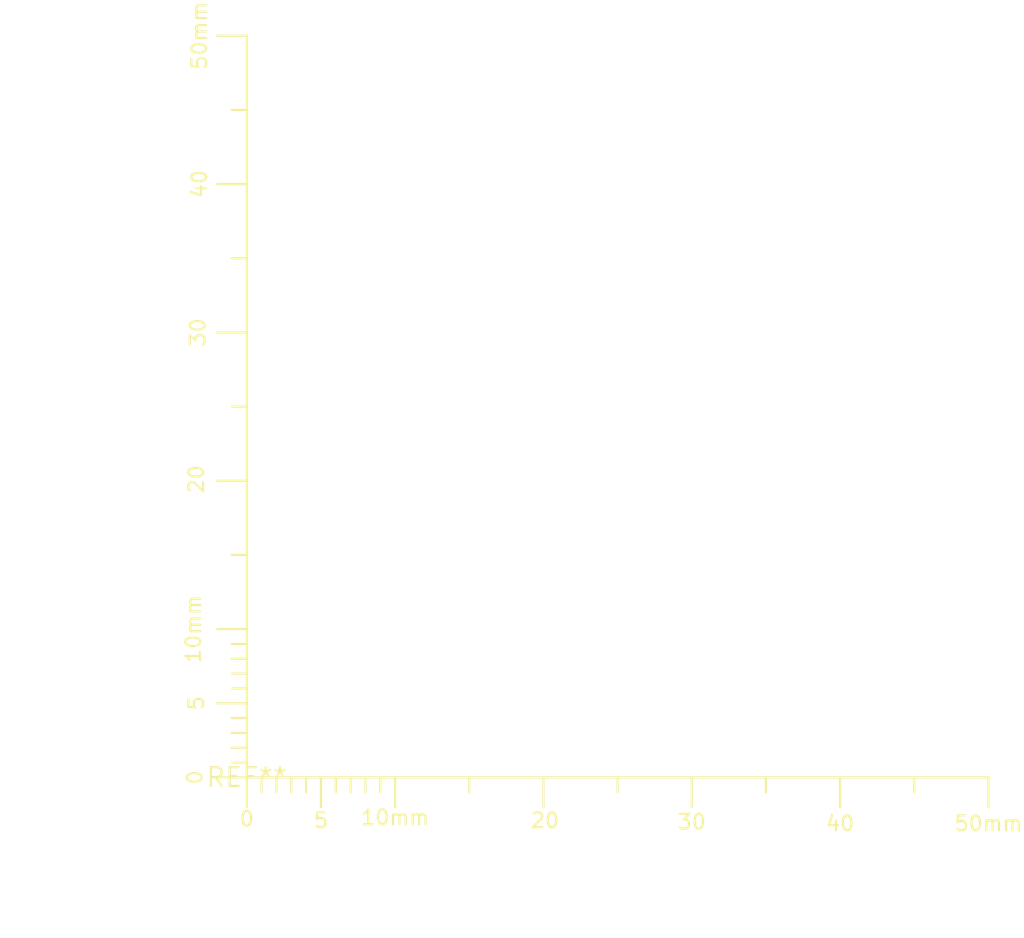
<source format=kicad_pcb>
(kicad_pcb (version 20240108) (generator pcbnew)
  (layers (0 "F.Cu" signal) (31 "B.Cu" signal) (34 "B.Paste" user) (35 "F.Paste" user) (36 "B.SilkS" user "B.Silkscreen") (37 "F.SilkS" user "F.Silkscreen") (38 "B.Mask" user) (39 "F.Mask" user) (44 "Edge.Cuts" user))
  (net 0 "")
  (footprint "Gauge_50mm_Type2_SilkScreenTop" (layer "F.Cu") (at 0 0)
    (property "Reference" "REF**")
    (property "Value" "Gauge_50mm_Type2_SilkScreenTop")
    (fp_line (start 0 -49.9999) (end -1.99898 -49.9999) (layer "F.SilkS") (stroke (width 0.15)))
    (fp_line (start 0 -45.00118) (end -1.00076 -45.00118) (layer "F.SilkS") (stroke (width 0.15)))
    (fp_line (start 0 -39.99992) (end -1.99898 -39.99992) (layer "F.SilkS") (stroke (width 0.15)))
    (fp_line (start 0 -35.0012) (end -1.00076 -35.0012) (layer "F.SilkS") (stroke (width 0.15)))
    (fp_line (start 0 -29.99994) (end -1.99898 -29.99994) (layer "F.SilkS") (stroke (width 0.15)))
    (fp_line (start 0 -25.00122) (end -1.00076 -25.00122) (layer "F.SilkS") (stroke (width 0.15)))
    (fp_line (start 0 -19.99996) (end -1.99898 -19.99996) (layer "F.SilkS") (stroke (width 0.15)))
    (fp_line (start 0 -15.00124) (end -1.00076 -15.00124) (layer "F.SilkS") (stroke (width 0.15)))
    (fp_line (start 0 -9.99998) (end -1.99898 -9.99998) (layer "F.SilkS") (stroke (width 0.15)))
    (fp_line (start 0 -8.99922) (end -1.00076 -8.99922) (layer "F.SilkS") (stroke (width 0.15)))
    (fp_line (start 0 -8.001) (end -1.00076 -8.001) (layer "F.SilkS") (stroke (width 0.15)))
    (fp_line (start 0 -7.00024) (end -1.00076 -7.00024) (layer "F.SilkS") (stroke (width 0.15)))
    (fp_line (start 0 -5.99948) (end -1.00076 -5.99948) (layer "F.SilkS") (stroke (width 0.15)))
    (fp_line (start 0 -5.00126) (end -1.99898 -5.00126) (layer "F.SilkS") (stroke (width 0.15)))
    (fp_line (start 0 -4.0005) (end -1.00076 -4.0005) (layer "F.SilkS") (stroke (width 0.15)))
    (fp_line (start 0 -2.99974) (end -1.00076 -2.99974) (layer "F.SilkS") (stroke (width 0.15)))
    (fp_line (start 0 -1.99898) (end -1.00076 -1.99898) (layer "F.SilkS") (stroke (width 0.15)))
    (fp_line (start 0 -1.00076) (end -1.00076 -1.00076) (layer "F.SilkS") (stroke (width 0.15)))
    (fp_line (start 0 0) (end -1.99898 0) (layer "F.SilkS") (stroke (width 0.15)))
    (fp_line (start 0 0) (end 0 -49.9999) (layer "F.SilkS") (stroke (width 0.15)))
    (fp_line (start 0 0) (end 0 1.99898) (layer "F.SilkS") (stroke (width 0.15)))
    (fp_line (start 0 0) (end 9.99998 0) (layer "F.SilkS") (stroke (width 0.15)))
    (fp_line (start 1.00076 0) (end 1.00076 1.00076) (layer "F.SilkS") (stroke (width 0.15)))
    (fp_line (start 1.99898 0) (end 1.99898 1.00076) (layer "F.SilkS") (stroke (width 0.15)))
    (fp_line (start 2.99974 0) (end 2.99974 1.00076) (layer "F.SilkS") (stroke (width 0.15)))
    (fp_line (start 4.0005 0) (end 4.0005 1.00076) (layer "F.SilkS") (stroke (width 0.15)))
    (fp_line (start 5.00126 0) (end 5.00126 1.99898) (layer "F.SilkS") (stroke (width 0.15)))
    (fp_line (start 5.99948 0) (end 5.99948 1.00076) (layer "F.SilkS") (stroke (width 0.15)))
    (fp_line (start 7.00024 0) (end 7.00024 1.00076) (layer "F.SilkS") (stroke (width 0.15)))
    (fp_line (start 8.001 0) (end 8.001 1.00076) (layer "F.SilkS") (stroke (width 0.15)))
    (fp_line (start 8.99922 0) (end 8.99922 1.00076) (layer "F.SilkS") (stroke (width 0.15)))
    (fp_line (start 9.99998 0) (end 9.99998 1.99898) (layer "F.SilkS") (stroke (width 0.15)))
    (fp_line (start 9.99998 0) (end 49.9999 0) (layer "F.SilkS") (stroke (width 0.15)))
    (fp_line (start 15.00124 0) (end 15.00124 1.00076) (layer "F.SilkS") (stroke (width 0.15)))
    (fp_line (start 19.99996 0) (end 19.99996 1.99898) (layer "F.SilkS") (stroke (width 0.15)))
    (fp_line (start 25.00122 0) (end 25.00122 1.00076) (layer "F.SilkS") (stroke (width 0.15)))
    (fp_line (start 29.99994 0) (end 29.99994 1.99898) (layer "F.SilkS") (stroke (width 0.15)))
    (fp_line (start 35.0012 0) (end 35.0012 1.00076) (layer "F.SilkS") (stroke (width 0.15)))
    (fp_line (start 39.99992 0) (end 39.99992 1.99898) (layer "F.SilkS") (stroke (width 0.15)))
    (fp_line (start 45.00118 0) (end 45.00118 1.00076) (layer "F.SilkS") (stroke (width 0.15)))
    (fp_line (start 49.9999 0) (end 49.9999 1.99898) (layer "F.SilkS") (stroke (width 0.15)))
    (fp_text user "30" (at -3.29946 -30.00248 90) (layer "F.SilkS"))
    (fp_text user "5" (at 4.99872 2.90068 0) (layer "F.SilkS"))
    (fp_text user "0" (at 0 2.79908 0) (layer "F.SilkS"))
    (fp_text user "10mm" (at -3.59918 -10.00252 90) (layer "F.SilkS"))
    (fp_text user "40" (at -3.19786 -40.00246 90) (layer "F.SilkS"))
    (fp_text user "20" (at -3.39852 -20.10156 90) (layer "F.SilkS"))
    (fp_text user "50mm" (at 49.9999 3.10134 0) (layer "F.SilkS"))
    (fp_text user "30" (at 29.99994 2.99974 0) (layer "F.SilkS"))
    (fp_text user "40" (at 39.99992 3.10134 0) (layer "F.SilkS"))
    (fp_text user "20" (at 20.09902 2.90068 0) (layer "F.SilkS"))
    (fp_text user "5" (at -3.39852 -5.00126 90) (layer "F.SilkS"))
    (fp_text user "10mm" (at 9.99998 2.70002 0) (layer "F.SilkS"))
    (fp_text user "50mm" (at -3.19786 -50.00244 90) (layer "F.SilkS"))
    (fp_text user "0" (at -3.50012 -0.00254 90) (layer "F.SilkS"))
  )
)
</source>
